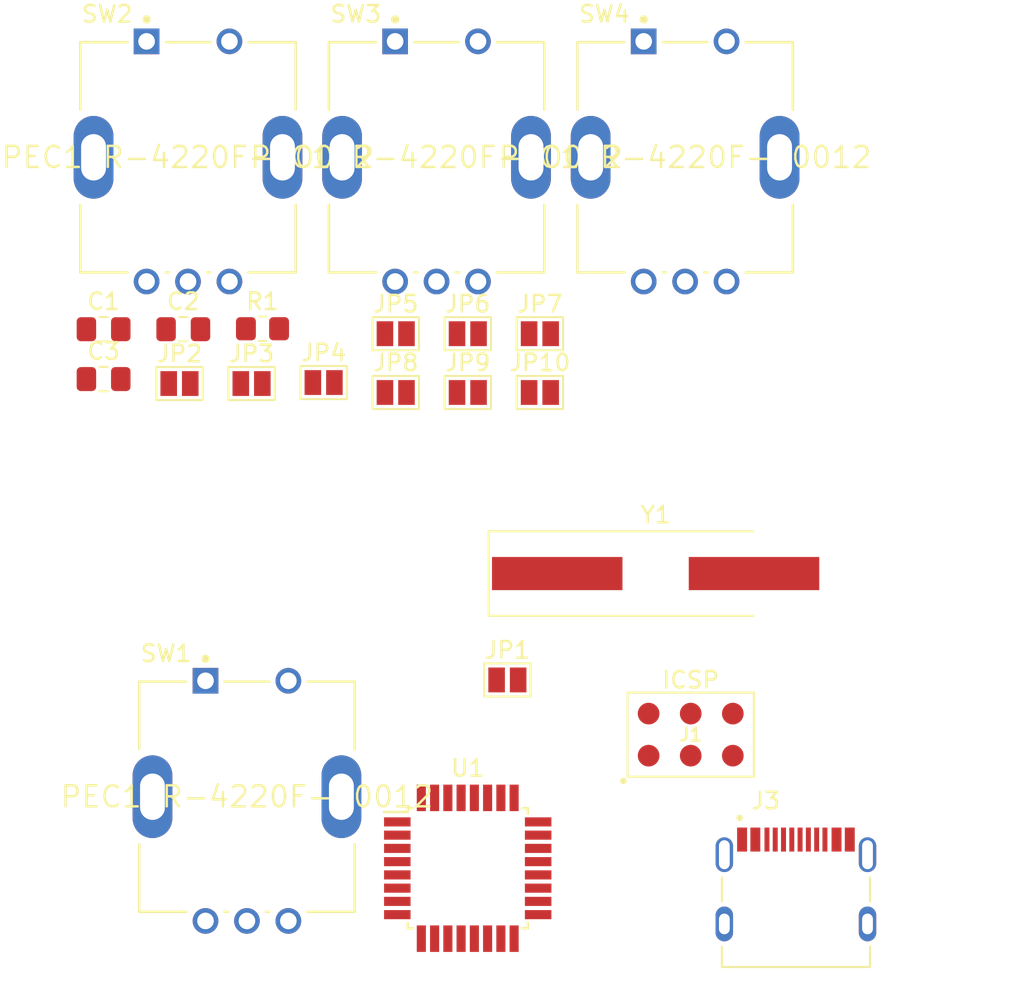
<source format=kicad_pcb>
(kicad_pcb (version 20171130) (host pcbnew "(5.1.10)-1")

  (general
    (thickness 1.6)
    (drawings 0)
    (tracks 0)
    (zones 0)
    (modules 22)
    (nets 37)
  )

  (page A4)
  (title_block
    (title "LightControl Console")
    (date 2021-08-10)
    (rev v00)
    (comment 4 "Author: GHOSCHT")
  )

  (layers
    (0 F.Cu signal)
    (31 B.Cu signal)
    (32 B.Adhes user)
    (33 F.Adhes user)
    (34 B.Paste user)
    (35 F.Paste user)
    (36 B.SilkS user)
    (37 F.SilkS user)
    (38 B.Mask user)
    (39 F.Mask user)
    (40 Dwgs.User user)
    (41 Cmts.User user)
    (42 Eco1.User user)
    (43 Eco2.User user)
    (44 Edge.Cuts user)
    (45 Margin user)
    (46 B.CrtYd user)
    (47 F.CrtYd user)
    (48 B.Fab user)
    (49 F.Fab user)
  )

  (setup
    (last_trace_width 0.25)
    (trace_clearance 0.2)
    (zone_clearance 0.508)
    (zone_45_only no)
    (trace_min 0.2)
    (via_size 0.8)
    (via_drill 0.4)
    (via_min_size 0.4)
    (via_min_drill 0.3)
    (uvia_size 0.3)
    (uvia_drill 0.1)
    (uvias_allowed no)
    (uvia_min_size 0.2)
    (uvia_min_drill 0.1)
    (edge_width 0.05)
    (segment_width 0.2)
    (pcb_text_width 0.3)
    (pcb_text_size 1.5 1.5)
    (mod_edge_width 0.12)
    (mod_text_size 1 1)
    (mod_text_width 0.15)
    (pad_size 1.524 1.524)
    (pad_drill 0.762)
    (pad_to_mask_clearance 0)
    (aux_axis_origin 0 0)
    (visible_elements 7FFFFFFF)
    (pcbplotparams
      (layerselection 0x010fc_ffffffff)
      (usegerberextensions false)
      (usegerberattributes true)
      (usegerberadvancedattributes true)
      (creategerberjobfile true)
      (excludeedgelayer true)
      (linewidth 0.100000)
      (plotframeref false)
      (viasonmask false)
      (mode 1)
      (useauxorigin false)
      (hpglpennumber 1)
      (hpglpenspeed 20)
      (hpglpendiameter 15.000000)
      (psnegative false)
      (psa4output false)
      (plotreference true)
      (plotvalue true)
      (plotinvisibletext false)
      (padsonsilk false)
      (subtractmaskfromsilk false)
      (outputformat 1)
      (mirror false)
      (drillshape 1)
      (scaleselection 1)
      (outputdirectory ""))
  )

  (net 0 "")
  (net 1 "Net-(U1-Pad14)")
  (net 2 "Net-(U1-Pad19)")
  (net 3 "Net-(U1-Pad20)")
  (net 4 "Net-(U1-Pad22)")
  (net 5 "Net-(J3-PadA6)")
  (net 6 "Net-(J3-PadB7)")
  (net 7 "Net-(J3-PadA5)")
  (net 8 "Net-(J3-PadB8)")
  (net 9 "Net-(J3-PadA7)")
  (net 10 "Net-(J3-PadB6)")
  (net 11 "Net-(J3-PadA8)")
  (net 12 "Net-(J3-PadB5)")
  (net 13 /XTAL1)
  (net 14 GND)
  (net 15 /XTAL2)
  (net 16 VCC)
  (net 17 /MOSI)
  (net 18 /SCK)
  (net 19 /MISO)
  (net 20 /RST)
  (net 21 /SDA)
  (net 22 /TX)
  (net 23 /SCL)
  (net 24 /RX)
  (net 25 /BTN1)
  (net 26 /ENC1A)
  (net 27 /ENC1B)
  (net 28 /BTN2)
  (net 29 /ENC2A)
  (net 30 /ENC2B)
  (net 31 /ENC3B)
  (net 32 /ENC3A)
  (net 33 /BTN3)
  (net 34 /BTN4)
  (net 35 /ENC4A)
  (net 36 /ENC4B)

  (net_class Default "This is the default net class."
    (clearance 0.2)
    (trace_width 0.25)
    (via_dia 0.8)
    (via_drill 0.4)
    (uvia_dia 0.3)
    (uvia_drill 0.1)
    (add_net /BTN1)
    (add_net /BTN2)
    (add_net /BTN3)
    (add_net /BTN4)
    (add_net /ENC1A)
    (add_net /ENC1B)
    (add_net /ENC2A)
    (add_net /ENC2B)
    (add_net /ENC3A)
    (add_net /ENC3B)
    (add_net /ENC4A)
    (add_net /ENC4B)
    (add_net /MISO)
    (add_net /MOSI)
    (add_net /RST)
    (add_net /RX)
    (add_net /SCK)
    (add_net /SCL)
    (add_net /SDA)
    (add_net /TX)
    (add_net /XTAL1)
    (add_net /XTAL2)
    (add_net GND)
    (add_net "Net-(J3-PadA5)")
    (add_net "Net-(J3-PadA6)")
    (add_net "Net-(J3-PadA7)")
    (add_net "Net-(J3-PadA8)")
    (add_net "Net-(J3-PadB5)")
    (add_net "Net-(J3-PadB6)")
    (add_net "Net-(J3-PadB7)")
    (add_net "Net-(J3-PadB8)")
    (add_net "Net-(U1-Pad14)")
    (add_net "Net-(U1-Pad19)")
    (add_net "Net-(U1-Pad20)")
    (add_net "Net-(U1-Pad22)")
    (add_net VCC)
  )

  (module Crystal:Crystal_SMD_HC49-SD_HandSoldering (layer F.Cu) (tedit 5A1AD52C) (tstamp 61133696)
    (at 137.328 59.616)
    (descr "SMD Crystal HC-49-SD http://cdn-reichelt.de/documents/datenblatt/B400/xxx-HC49-SMD.pdf, hand-soldering, 11.4x4.7mm^2 package")
    (tags "SMD SMT crystal hand-soldering")
    (path /6113484F)
    (attr smd)
    (fp_text reference Y1 (at 0 -3.55) (layer F.SilkS)
      (effects (font (size 1 1) (thickness 0.15)))
    )
    (fp_text value 16MHz (at 0 3.55) (layer F.Fab)
      (effects (font (size 1 1) (thickness 0.15)))
    )
    (fp_arc (start 3.015 0) (end 3.015 -2.115) (angle 180) (layer F.Fab) (width 0.1))
    (fp_arc (start -3.015 0) (end -3.015 -2.115) (angle -180) (layer F.Fab) (width 0.1))
    (fp_text user %R (at 0 0) (layer F.Fab)
      (effects (font (size 1 1) (thickness 0.15)))
    )
    (fp_line (start -5.7 -2.35) (end -5.7 2.35) (layer F.Fab) (width 0.1))
    (fp_line (start -5.7 2.35) (end 5.7 2.35) (layer F.Fab) (width 0.1))
    (fp_line (start 5.7 2.35) (end 5.7 -2.35) (layer F.Fab) (width 0.1))
    (fp_line (start 5.7 -2.35) (end -5.7 -2.35) (layer F.Fab) (width 0.1))
    (fp_line (start -3.015 -2.115) (end 3.015 -2.115) (layer F.Fab) (width 0.1))
    (fp_line (start -3.015 2.115) (end 3.015 2.115) (layer F.Fab) (width 0.1))
    (fp_line (start 5.9 -2.55) (end -10.075 -2.55) (layer F.SilkS) (width 0.12))
    (fp_line (start -10.075 -2.55) (end -10.075 2.55) (layer F.SilkS) (width 0.12))
    (fp_line (start -10.075 2.55) (end 5.9 2.55) (layer F.SilkS) (width 0.12))
    (fp_line (start -10.2 -2.6) (end -10.2 2.6) (layer F.CrtYd) (width 0.05))
    (fp_line (start -10.2 2.6) (end 10.2 2.6) (layer F.CrtYd) (width 0.05))
    (fp_line (start 10.2 2.6) (end 10.2 -2.6) (layer F.CrtYd) (width 0.05))
    (fp_line (start 10.2 -2.6) (end -10.2 -2.6) (layer F.CrtYd) (width 0.05))
    (pad 2 smd rect (at 5.9375 0) (size 7.875 2) (layers F.Cu F.Paste F.Mask)
      (net 15 /XTAL2))
    (pad 1 smd rect (at -5.9375 0) (size 7.875 2) (layers F.Cu F.Paste F.Mask)
      (net 13 /XTAL1))
    (model ${KISYS3DMOD}/Crystal.3dshapes/Crystal_SMD_HC49-SD.wrl
      (at (xyz 0 0 0))
      (scale (xyz 1 1 1))
      (rotate (xyz 0 0 0))
    )
  )

  (module Jumper:SolderJumper-2_P1.3mm_Open_Pad1.0x1.5mm (layer F.Cu) (tedit 5A3EABFC) (tstamp 611335D6)
    (at 128.382 66.04)
    (descr "SMD Solder Jumper, 1x1.5mm Pads, 0.3mm gap, open")
    (tags "solder jumper open")
    (path /6113282A)
    (attr virtual)
    (fp_text reference JP1 (at 0 -1.8) (layer F.SilkS)
      (effects (font (size 1 1) (thickness 0.15)))
    )
    (fp_text value SolderJumper (at 0 1.9) (layer F.Fab)
      (effects (font (size 1 1) (thickness 0.15)))
    )
    (fp_line (start -1.4 1) (end -1.4 -1) (layer F.SilkS) (width 0.12))
    (fp_line (start 1.4 1) (end -1.4 1) (layer F.SilkS) (width 0.12))
    (fp_line (start 1.4 -1) (end 1.4 1) (layer F.SilkS) (width 0.12))
    (fp_line (start -1.4 -1) (end 1.4 -1) (layer F.SilkS) (width 0.12))
    (fp_line (start -1.65 -1.25) (end 1.65 -1.25) (layer F.CrtYd) (width 0.05))
    (fp_line (start -1.65 -1.25) (end -1.65 1.25) (layer F.CrtYd) (width 0.05))
    (fp_line (start 1.65 1.25) (end 1.65 -1.25) (layer F.CrtYd) (width 0.05))
    (fp_line (start 1.65 1.25) (end -1.65 1.25) (layer F.CrtYd) (width 0.05))
    (pad 1 smd rect (at -0.65 0) (size 1 1.5) (layers F.Cu F.Mask)
      (net 21 /SDA))
    (pad 2 smd rect (at 0.65 0) (size 1 1.5) (layers F.Cu F.Mask)
      (net 5 "Net-(J3-PadA6)"))
  )

  (module Bourns-PEC11R-4220F-S0012:Bourns-PEC11R-4220F-S0012-MFG (layer F.Cu) (tedit 611258C1) (tstamp 6112C981)
    (at 112.664001 73.091001)
    (path /6112A1C1)
    (fp_text reference SW1 (at -6.5 -8.65) (layer F.SilkS)
      (effects (font (size 1 1) (thickness 0.15)) (justify left))
    )
    (fp_text value PEC11R-4220F-S0012 (at 0 0) (layer F.SilkS)
      (effects (font (size 1.27 1.27) (thickness 0.15)))
    )
    (fp_line (start -6.5 6.95) (end -6.5 -6.95) (layer F.Fab) (width 0.15))
    (fp_line (start -6.5 -6.95) (end 6.5 -6.95) (layer F.Fab) (width 0.15))
    (fp_line (start 6.5 -6.95) (end 6.5 6.95) (layer F.Fab) (width 0.15))
    (fp_line (start 6.5 6.95) (end -6.5 6.95) (layer F.Fab) (width 0.15))
    (fp_line (start 6.925 -7.8) (end 6.925 -7.8) (layer F.CrtYd) (width 0.15))
    (fp_line (start 6.925 -7.8) (end -6.925 -7.8) (layer F.CrtYd) (width 0.15))
    (fp_line (start -6.925 -7.8) (end -6.925 8.3) (layer F.CrtYd) (width 0.15))
    (fp_line (start -6.925 8.3) (end 6.925 8.3) (layer F.CrtYd) (width 0.15))
    (fp_line (start 6.925 8.3) (end 6.925 -7.8) (layer F.CrtYd) (width 0.15))
    (fp_line (start -6.5 -6.95) (end -3.65 -6.95) (layer F.SilkS) (width 0.15))
    (fp_line (start -1.35 -6.95) (end 1.35 -6.95) (layer F.SilkS) (width 0.15))
    (fp_line (start 3.65 -6.95) (end 6.5 -6.95) (layer F.SilkS) (width 0.15))
    (fp_line (start 6.5 6.95) (end 6.5 2.875) (layer F.SilkS) (width 0.15))
    (fp_line (start 6.5 -2.875) (end 6.5 -6.95) (layer F.SilkS) (width 0.15))
    (fp_line (start -6.5 6.95) (end -3.65 6.95) (layer F.SilkS) (width 0.15))
    (fp_line (start -1.35 6.95) (end -1.15 6.95) (layer F.SilkS) (width 0.15))
    (fp_line (start 1.15 6.95) (end 1.35 6.95) (layer F.SilkS) (width 0.15))
    (fp_line (start 3.65 6.95) (end 6.5 6.95) (layer F.SilkS) (width 0.15))
    (fp_line (start -6.5 6.95) (end -6.5 2.875) (layer F.SilkS) (width 0.15))
    (fp_line (start -6.5 -2.875) (end -6.5 -6.95) (layer F.SilkS) (width 0.15))
    (fp_circle (center -2.5 -8.325) (end -2.375 -8.325) (layer F.SilkS) (width 0.25))
    (pad S1 thru_hole rect (at -2.5 -7) (size 1.55 1.55) (drill 1) (layers *.Cu *.Mask)
      (net 14 GND))
    (pad S2 thru_hole circle (at 2.5 -7) (size 1.55 1.55) (drill 1) (layers *.Cu *.Mask)
      (net 25 /BTN1))
    (pad A thru_hole circle (at -2.5 7.5) (size 1.55 1.55) (drill 1) (layers *.Cu *.Mask)
      (net 26 /ENC1A))
    (pad C thru_hole circle (at 0 7.5) (size 1.55 1.55) (drill 1) (layers *.Cu *.Mask)
      (net 14 GND))
    (pad B thru_hole circle (at 2.5 7.5) (size 1.55 1.55) (drill 1) (layers *.Cu *.Mask)
      (net 27 /ENC1B))
    (pad 3 thru_hole roundrect (at -5.7 0) (size 2.4 5) (drill oval 1.5 2.8) (layers *.Cu *.Mask) (roundrect_rratio 0.5))
    (pad 4 thru_hole roundrect (at 5.7 0) (size 2.4 5) (drill oval 1.5 2.8) (layers *.Cu *.Mask) (roundrect_rratio 0.5))
    (model ${KIPRJMOD}/Libraries/Bourns-PEC11R-4220F-S0012.models/Bourns_-_PEC11R-4220F-S0012.step
      (at (xyz 0 0 0))
      (scale (xyz 1 1 1))
      (rotate (xyz 0 0 0))
    )
  )

  (module Package_QFP:TQFP-32_7x7mm_P0.8mm (layer F.Cu) (tedit 5A02F146) (tstamp 6112C9B8)
    (at 125.989001 77.411001)
    (descr "32-Lead Plastic Thin Quad Flatpack (PT) - 7x7x1.0 mm Body, 2.00 mm [TQFP] (see Microchip Packaging Specification 00000049BS.pdf)")
    (tags "QFP 0.8")
    (path /61124B57)
    (attr smd)
    (fp_text reference U1 (at 0 -6.05) (layer F.SilkS)
      (effects (font (size 1 1) (thickness 0.15)))
    )
    (fp_text value ATmega328P-AU (at 0 6.05) (layer F.Fab)
      (effects (font (size 1 1) (thickness 0.15)))
    )
    (fp_line (start -3.625 -3.4) (end -5.05 -3.4) (layer F.SilkS) (width 0.15))
    (fp_line (start 3.625 -3.625) (end 3.3 -3.625) (layer F.SilkS) (width 0.15))
    (fp_line (start 3.625 3.625) (end 3.3 3.625) (layer F.SilkS) (width 0.15))
    (fp_line (start -3.625 3.625) (end -3.3 3.625) (layer F.SilkS) (width 0.15))
    (fp_line (start -3.625 -3.625) (end -3.3 -3.625) (layer F.SilkS) (width 0.15))
    (fp_line (start -3.625 3.625) (end -3.625 3.3) (layer F.SilkS) (width 0.15))
    (fp_line (start 3.625 3.625) (end 3.625 3.3) (layer F.SilkS) (width 0.15))
    (fp_line (start 3.625 -3.625) (end 3.625 -3.3) (layer F.SilkS) (width 0.15))
    (fp_line (start -3.625 -3.625) (end -3.625 -3.4) (layer F.SilkS) (width 0.15))
    (fp_line (start -5.3 5.3) (end 5.3 5.3) (layer F.CrtYd) (width 0.05))
    (fp_line (start -5.3 -5.3) (end 5.3 -5.3) (layer F.CrtYd) (width 0.05))
    (fp_line (start 5.3 -5.3) (end 5.3 5.3) (layer F.CrtYd) (width 0.05))
    (fp_line (start -5.3 -5.3) (end -5.3 5.3) (layer F.CrtYd) (width 0.05))
    (fp_line (start -3.5 -2.5) (end -2.5 -3.5) (layer F.Fab) (width 0.15))
    (fp_line (start -3.5 3.5) (end -3.5 -2.5) (layer F.Fab) (width 0.15))
    (fp_line (start 3.5 3.5) (end -3.5 3.5) (layer F.Fab) (width 0.15))
    (fp_line (start 3.5 -3.5) (end 3.5 3.5) (layer F.Fab) (width 0.15))
    (fp_line (start -2.5 -3.5) (end 3.5 -3.5) (layer F.Fab) (width 0.15))
    (fp_text user %R (at 0 0) (layer F.Fab)
      (effects (font (size 1 1) (thickness 0.15)))
    )
    (pad 1 smd rect (at -4.25 -2.8) (size 1.6 0.55) (layers F.Cu F.Paste F.Mask)
      (net 27 /ENC1B))
    (pad 2 smd rect (at -4.25 -2) (size 1.6 0.55) (layers F.Cu F.Paste F.Mask)
      (net 29 /ENC2A))
    (pad 3 smd rect (at -4.25 -1.2) (size 1.6 0.55) (layers F.Cu F.Paste F.Mask)
      (net 14 GND))
    (pad 4 smd rect (at -4.25 -0.4) (size 1.6 0.55) (layers F.Cu F.Paste F.Mask)
      (net 16 VCC))
    (pad 5 smd rect (at -4.25 0.4) (size 1.6 0.55) (layers F.Cu F.Paste F.Mask)
      (net 14 GND))
    (pad 6 smd rect (at -4.25 1.2) (size 1.6 0.55) (layers F.Cu F.Paste F.Mask)
      (net 16 VCC))
    (pad 7 smd rect (at -4.25 2) (size 1.6 0.55) (layers F.Cu F.Paste F.Mask)
      (net 13 /XTAL1))
    (pad 8 smd rect (at -4.25 2.8) (size 1.6 0.55) (layers F.Cu F.Paste F.Mask)
      (net 15 /XTAL2))
    (pad 9 smd rect (at -2.8 4.25 90) (size 1.6 0.55) (layers F.Cu F.Paste F.Mask)
      (net 30 /ENC2B))
    (pad 10 smd rect (at -2 4.25 90) (size 1.6 0.55) (layers F.Cu F.Paste F.Mask)
      (net 32 /ENC3A))
    (pad 11 smd rect (at -1.2 4.25 90) (size 1.6 0.55) (layers F.Cu F.Paste F.Mask)
      (net 31 /ENC3B))
    (pad 12 smd rect (at -0.4 4.25 90) (size 1.6 0.55) (layers F.Cu F.Paste F.Mask)
      (net 35 /ENC4A))
    (pad 13 smd rect (at 0.4 4.25 90) (size 1.6 0.55) (layers F.Cu F.Paste F.Mask)
      (net 36 /ENC4B))
    (pad 14 smd rect (at 1.2 4.25 90) (size 1.6 0.55) (layers F.Cu F.Paste F.Mask)
      (net 1 "Net-(U1-Pad14)"))
    (pad 15 smd rect (at 2 4.25 90) (size 1.6 0.55) (layers F.Cu F.Paste F.Mask)
      (net 17 /MOSI))
    (pad 16 smd rect (at 2.8 4.25 90) (size 1.6 0.55) (layers F.Cu F.Paste F.Mask)
      (net 19 /MISO))
    (pad 17 smd rect (at 4.25 2.8) (size 1.6 0.55) (layers F.Cu F.Paste F.Mask)
      (net 18 /SCK))
    (pad 18 smd rect (at 4.25 2) (size 1.6 0.55) (layers F.Cu F.Paste F.Mask)
      (net 16 VCC))
    (pad 19 smd rect (at 4.25 1.2) (size 1.6 0.55) (layers F.Cu F.Paste F.Mask)
      (net 2 "Net-(U1-Pad19)"))
    (pad 20 smd rect (at 4.25 0.4) (size 1.6 0.55) (layers F.Cu F.Paste F.Mask)
      (net 3 "Net-(U1-Pad20)"))
    (pad 21 smd rect (at 4.25 -0.4) (size 1.6 0.55) (layers F.Cu F.Paste F.Mask)
      (net 14 GND))
    (pad 22 smd rect (at 4.25 -1.2) (size 1.6 0.55) (layers F.Cu F.Paste F.Mask)
      (net 4 "Net-(U1-Pad22)"))
    (pad 23 smd rect (at 4.25 -2) (size 1.6 0.55) (layers F.Cu F.Paste F.Mask)
      (net 25 /BTN1))
    (pad 24 smd rect (at 4.25 -2.8) (size 1.6 0.55) (layers F.Cu F.Paste F.Mask)
      (net 28 /BTN2))
    (pad 25 smd rect (at 2.8 -4.25 90) (size 1.6 0.55) (layers F.Cu F.Paste F.Mask)
      (net 33 /BTN3))
    (pad 26 smd rect (at 2 -4.25 90) (size 1.6 0.55) (layers F.Cu F.Paste F.Mask)
      (net 34 /BTN4))
    (pad 27 smd rect (at 1.2 -4.25 90) (size 1.6 0.55) (layers F.Cu F.Paste F.Mask)
      (net 21 /SDA))
    (pad 28 smd rect (at 0.4 -4.25 90) (size 1.6 0.55) (layers F.Cu F.Paste F.Mask)
      (net 23 /SCL))
    (pad 29 smd rect (at -0.4 -4.25 90) (size 1.6 0.55) (layers F.Cu F.Paste F.Mask)
      (net 20 /RST))
    (pad 30 smd rect (at -1.2 -4.25 90) (size 1.6 0.55) (layers F.Cu F.Paste F.Mask)
      (net 24 /RX))
    (pad 31 smd rect (at -2 -4.25 90) (size 1.6 0.55) (layers F.Cu F.Paste F.Mask)
      (net 22 /TX))
    (pad 32 smd rect (at -2.8 -4.25 90) (size 1.6 0.55) (layers F.Cu F.Paste F.Mask)
      (net 26 /ENC1A))
    (model ${KISYS3DMOD}/Package_QFP.3dshapes/TQFP-32_7x7mm_P0.8mm.wrl
      (at (xyz 0 0 0))
      (scale (xyz 1 1 1))
      (rotate (xyz 0 0 0))
    )
  )

  (module AVR-ISP:AVR-ISP (layer F.Cu) (tedit 61126B73) (tstamp 6112DBCD)
    (at 139.446 69.342)
    (path /61134728)
    (fp_text reference J1 (at 0 0) (layer F.SilkS)
      (effects (font (size 0.787402 0.787402) (thickness 0.15)))
    )
    (fp_text value AVR-ISP-6 (at 0 0) (layer F.Fab)
      (effects (font (size 0.787402 0.787402) (thickness 0.15)))
    )
    (fp_circle (center -4.064 2.794) (end -3.964 2.794) (layer F.SilkS) (width 0.2))
    (fp_line (start -3.81 2.54) (end -3.81 -2.54) (layer F.SilkS) (width 0.127))
    (fp_line (start 3.81 2.54) (end -3.81 2.54) (layer F.SilkS) (width 0.127))
    (fp_line (start 3.81 -2.54) (end 3.81 2.54) (layer F.SilkS) (width 0.127))
    (fp_line (start -3.81 -2.54) (end 3.81 -2.54) (layer F.SilkS) (width 0.127))
    (fp_text user ICSP (at 0 -3.302) (layer F.SilkS)
      (effects (font (size 1 1) (thickness 0.15)))
    )
    (pad 4 smd circle (at 0 -1.27) (size 1.308 1.308) (layers F.Cu F.Paste F.Mask)
      (net 17 /MOSI))
    (pad 3 smd circle (at 0 1.27) (size 1.308 1.308) (layers F.Cu F.Paste F.Mask)
      (net 18 /SCK))
    (pad 2 smd circle (at -2.54 -1.27) (size 1.308 1.308) (layers F.Cu F.Paste F.Mask)
      (net 16 VCC))
    (pad 1 smd circle (at -2.54 1.27) (size 1.308 1.308) (layers F.Cu F.Paste F.Mask)
      (net 19 /MISO))
    (pad 5 smd circle (at 2.54 1.27) (size 1.308 1.308) (layers F.Cu F.Paste F.Mask)
      (net 20 /RST))
    (pad 6 smd circle (at 2.54 -1.27) (size 1.308 1.308) (layers F.Cu F.Paste F.Mask)
      (net 14 GND))
  )

  (module HRO_TYPE-C-31-M-12:HRO_TYPE-C-31-M-12 (layer F.Cu) (tedit 6112D184) (tstamp 6112D3E1)
    (at 145.796 80.772)
    (path /6112D89A)
    (fp_text reference J3 (at -1.825 -7.435) (layer F.SilkS)
      (effects (font (size 1 1) (thickness 0.15)))
    )
    (fp_text value TYPE-C-31-M-12 (at 6.43 4.135) (layer F.Fab)
      (effects (font (size 1 1) (thickness 0.15)))
    )
    (fp_line (start -4.47 2.6) (end 4.47 2.6) (layer F.Fab) (width 0.127))
    (fp_line (start 4.47 2.6) (end 4.47 -4.7) (layer F.Fab) (width 0.127))
    (fp_line (start 4.47 -4.7) (end -4.47 -4.7) (layer F.Fab) (width 0.127))
    (fp_line (start -4.47 -4.7) (end -4.47 2.6) (layer F.Fab) (width 0.127))
    (fp_line (start -4.47 -2.81) (end -4.47 -1.37) (layer F.SilkS) (width 0.127))
    (fp_line (start 4.47 -2.81) (end 4.47 -1.37) (layer F.SilkS) (width 0.127))
    (fp_line (start 4.47 1.37) (end 4.47 2.6) (layer F.SilkS) (width 0.127))
    (fp_line (start 4.47 2.6) (end -4.47 2.6) (layer F.SilkS) (width 0.127))
    (fp_line (start -4.47 2.6) (end -4.47 1.37) (layer F.SilkS) (width 0.127))
    (fp_line (start -5.095 2.85) (end 5.095 2.85) (layer F.CrtYd) (width 0.05))
    (fp_line (start 5.095 2.85) (end 5.095 -6.07) (layer F.CrtYd) (width 0.05))
    (fp_line (start 5.095 -6.07) (end -5.095 -6.07) (layer F.CrtYd) (width 0.05))
    (fp_line (start -5.095 -6.07) (end -5.095 2.85) (layer F.CrtYd) (width 0.05))
    (fp_circle (center -3.4 -6.4) (end -3.3 -6.4) (layer F.Fab) (width 0.2))
    (fp_circle (center -3.4 -6.4) (end -3.3 -6.4) (layer F.SilkS) (width 0.2))
    (pad A1B12 smd rect (at -3.25 -5.095) (size 0.6 1.45) (layers F.Cu F.Paste F.Mask)
      (net 14 GND))
    (pad A4B9 smd rect (at -2.45 -5.095) (size 0.6 1.45) (layers F.Cu F.Paste F.Mask)
      (net 16 VCC))
    (pad A6 smd rect (at -0.25 -5.095) (size 0.3 1.45) (layers F.Cu F.Paste F.Mask)
      (net 5 "Net-(J3-PadA6)"))
    (pad B7 smd rect (at -0.75 -5.095) (size 0.3 1.45) (layers F.Cu F.Paste F.Mask)
      (net 6 "Net-(J3-PadB7)"))
    (pad A5 smd rect (at -1.25 -5.095) (size 0.3 1.45) (layers F.Cu F.Paste F.Mask)
      (net 7 "Net-(J3-PadA5)"))
    (pad B8 smd rect (at -1.75 -5.095) (size 0.3 1.45) (layers F.Cu F.Paste F.Mask)
      (net 8 "Net-(J3-PadB8)"))
    (pad A7 smd rect (at 0.25 -5.095) (size 0.3 1.45) (layers F.Cu F.Paste F.Mask)
      (net 9 "Net-(J3-PadA7)"))
    (pad B6 smd rect (at 0.75 -5.095) (size 0.3 1.45) (layers F.Cu F.Paste F.Mask)
      (net 10 "Net-(J3-PadB6)"))
    (pad A8 smd rect (at 1.25 -5.095) (size 0.3 1.45) (layers F.Cu F.Paste F.Mask)
      (net 11 "Net-(J3-PadA8)"))
    (pad B5 smd rect (at 1.75 -5.095) (size 0.3 1.45) (layers F.Cu F.Paste F.Mask)
      (net 12 "Net-(J3-PadB5)"))
    (pad B4A9 smd rect (at 2.45 -5.095) (size 0.6 1.45) (layers F.Cu F.Paste F.Mask)
      (net 16 VCC))
    (pad B1A12 smd rect (at 3.25 -5.095) (size 0.6 1.45) (layers F.Cu F.Paste F.Mask)
      (net 14 GND))
    (pad S1 thru_hole oval (at -4.32 -4.18) (size 1.05 2.1) (drill oval 0.65 1.75) (layers *.Cu *.Mask)
      (net 14 GND))
    (pad S2 thru_hole oval (at 4.32 -4.18) (size 1.05 2.1) (drill oval 0.65 1.75) (layers *.Cu *.Mask)
      (net 14 GND))
    (pad S3 thru_hole oval (at -4.32 0) (size 1.05 2.1) (drill oval 0.65 1.25) (layers *.Cu *.Mask)
      (net 14 GND))
    (pad S4 thru_hole oval (at 4.32 0) (size 1.05 2.1) (drill oval 0.65 1.25) (layers *.Cu *.Mask)
      (net 14 GND))
    (pad None np_thru_hole circle (at -2.89 -3.65) (size 0.7 0.7) (drill 0.7) (layers *.Cu *.Mask))
    (pad None np_thru_hole circle (at 2.89 -3.65) (size 0.7 0.7) (drill 0.7) (layers *.Cu *.Mask))
    (model ${KIPRJMOD}/Libraries/HRO_TYPE-C-31-M-12.models/TYPE-C-31-M-12.step
      (at (xyz 0 0 0))
      (scale (xyz 1 1 1))
      (rotate (xyz -90 0 0))
    )
  )

  (module Capacitor_SMD:C_0805_2012Metric_Pad1.18x1.45mm_HandSolder (layer F.Cu) (tedit 5F68FEEF) (tstamp 61133BF5)
    (at 104.013001 44.863001)
    (descr "Capacitor SMD 0805 (2012 Metric), square (rectangular) end terminal, IPC_7351 nominal with elongated pad for handsoldering. (Body size source: IPC-SM-782 page 76, https://www.pcb-3d.com/wordpress/wp-content/uploads/ipc-sm-782a_amendment_1_and_2.pdf, https://docs.google.com/spreadsheets/d/1BsfQQcO9C6DZCsRaXUlFlo91Tg2WpOkGARC1WS5S8t0/edit?usp=sharing), generated with kicad-footprint-generator")
    (tags "capacitor handsolder")
    (path /6113DC2F)
    (attr smd)
    (fp_text reference C1 (at 0 -1.68) (layer F.SilkS)
      (effects (font (size 1 1) (thickness 0.15)))
    )
    (fp_text value 22p (at 0 1.68) (layer F.Fab)
      (effects (font (size 1 1) (thickness 0.15)))
    )
    (fp_line (start 1.88 0.98) (end -1.88 0.98) (layer F.CrtYd) (width 0.05))
    (fp_line (start 1.88 -0.98) (end 1.88 0.98) (layer F.CrtYd) (width 0.05))
    (fp_line (start -1.88 -0.98) (end 1.88 -0.98) (layer F.CrtYd) (width 0.05))
    (fp_line (start -1.88 0.98) (end -1.88 -0.98) (layer F.CrtYd) (width 0.05))
    (fp_line (start -0.261252 0.735) (end 0.261252 0.735) (layer F.SilkS) (width 0.12))
    (fp_line (start -0.261252 -0.735) (end 0.261252 -0.735) (layer F.SilkS) (width 0.12))
    (fp_line (start 1 0.625) (end -1 0.625) (layer F.Fab) (width 0.1))
    (fp_line (start 1 -0.625) (end 1 0.625) (layer F.Fab) (width 0.1))
    (fp_line (start -1 -0.625) (end 1 -0.625) (layer F.Fab) (width 0.1))
    (fp_line (start -1 0.625) (end -1 -0.625) (layer F.Fab) (width 0.1))
    (fp_text user %R (at 0 0) (layer F.Fab)
      (effects (font (size 0.5 0.5) (thickness 0.08)))
    )
    (pad 1 smd roundrect (at -1.0375 0) (size 1.175 1.45) (layers F.Cu F.Paste F.Mask) (roundrect_rratio 0.212766)
      (net 13 /XTAL1))
    (pad 2 smd roundrect (at 1.0375 0) (size 1.175 1.45) (layers F.Cu F.Paste F.Mask) (roundrect_rratio 0.212766)
      (net 14 GND))
    (model ${KISYS3DMOD}/Capacitor_SMD.3dshapes/C_0805_2012Metric.wrl
      (at (xyz 0 0 0))
      (scale (xyz 1 1 1))
      (rotate (xyz 0 0 0))
    )
  )

  (module Capacitor_SMD:C_0805_2012Metric_Pad1.18x1.45mm_HandSolder (layer F.Cu) (tedit 5F68FEEF) (tstamp 61133C06)
    (at 108.823001 44.863001)
    (descr "Capacitor SMD 0805 (2012 Metric), square (rectangular) end terminal, IPC_7351 nominal with elongated pad for handsoldering. (Body size source: IPC-SM-782 page 76, https://www.pcb-3d.com/wordpress/wp-content/uploads/ipc-sm-782a_amendment_1_and_2.pdf, https://docs.google.com/spreadsheets/d/1BsfQQcO9C6DZCsRaXUlFlo91Tg2WpOkGARC1WS5S8t0/edit?usp=sharing), generated with kicad-footprint-generator")
    (tags "capacitor handsolder")
    (path /611448F1)
    (attr smd)
    (fp_text reference C2 (at 0 -1.68) (layer F.SilkS)
      (effects (font (size 1 1) (thickness 0.15)))
    )
    (fp_text value 22p (at 0 1.68) (layer F.Fab)
      (effects (font (size 1 1) (thickness 0.15)))
    )
    (fp_text user %R (at 0 0) (layer F.Fab)
      (effects (font (size 0.5 0.5) (thickness 0.08)))
    )
    (fp_line (start -1 0.625) (end -1 -0.625) (layer F.Fab) (width 0.1))
    (fp_line (start -1 -0.625) (end 1 -0.625) (layer F.Fab) (width 0.1))
    (fp_line (start 1 -0.625) (end 1 0.625) (layer F.Fab) (width 0.1))
    (fp_line (start 1 0.625) (end -1 0.625) (layer F.Fab) (width 0.1))
    (fp_line (start -0.261252 -0.735) (end 0.261252 -0.735) (layer F.SilkS) (width 0.12))
    (fp_line (start -0.261252 0.735) (end 0.261252 0.735) (layer F.SilkS) (width 0.12))
    (fp_line (start -1.88 0.98) (end -1.88 -0.98) (layer F.CrtYd) (width 0.05))
    (fp_line (start -1.88 -0.98) (end 1.88 -0.98) (layer F.CrtYd) (width 0.05))
    (fp_line (start 1.88 -0.98) (end 1.88 0.98) (layer F.CrtYd) (width 0.05))
    (fp_line (start 1.88 0.98) (end -1.88 0.98) (layer F.CrtYd) (width 0.05))
    (pad 2 smd roundrect (at 1.0375 0) (size 1.175 1.45) (layers F.Cu F.Paste F.Mask) (roundrect_rratio 0.212766)
      (net 14 GND))
    (pad 1 smd roundrect (at -1.0375 0) (size 1.175 1.45) (layers F.Cu F.Paste F.Mask) (roundrect_rratio 0.212766)
      (net 15 /XTAL2))
    (model ${KISYS3DMOD}/Capacitor_SMD.3dshapes/C_0805_2012Metric.wrl
      (at (xyz 0 0 0))
      (scale (xyz 1 1 1))
      (rotate (xyz 0 0 0))
    )
  )

  (module Capacitor_SMD:C_0805_2012Metric_Pad1.18x1.45mm_HandSolder (layer F.Cu) (tedit 5F68FEEF) (tstamp 61133C17)
    (at 104.013001 47.873001)
    (descr "Capacitor SMD 0805 (2012 Metric), square (rectangular) end terminal, IPC_7351 nominal with elongated pad for handsoldering. (Body size source: IPC-SM-782 page 76, https://www.pcb-3d.com/wordpress/wp-content/uploads/ipc-sm-782a_amendment_1_and_2.pdf, https://docs.google.com/spreadsheets/d/1BsfQQcO9C6DZCsRaXUlFlo91Tg2WpOkGARC1WS5S8t0/edit?usp=sharing), generated with kicad-footprint-generator")
    (tags "capacitor handsolder")
    (path /6115564D)
    (attr smd)
    (fp_text reference C3 (at 0 -1.68) (layer F.SilkS)
      (effects (font (size 1 1) (thickness 0.15)))
    )
    (fp_text value 100n (at 0 1.68) (layer F.Fab)
      (effects (font (size 1 1) (thickness 0.15)))
    )
    (fp_line (start 1.88 0.98) (end -1.88 0.98) (layer F.CrtYd) (width 0.05))
    (fp_line (start 1.88 -0.98) (end 1.88 0.98) (layer F.CrtYd) (width 0.05))
    (fp_line (start -1.88 -0.98) (end 1.88 -0.98) (layer F.CrtYd) (width 0.05))
    (fp_line (start -1.88 0.98) (end -1.88 -0.98) (layer F.CrtYd) (width 0.05))
    (fp_line (start -0.261252 0.735) (end 0.261252 0.735) (layer F.SilkS) (width 0.12))
    (fp_line (start -0.261252 -0.735) (end 0.261252 -0.735) (layer F.SilkS) (width 0.12))
    (fp_line (start 1 0.625) (end -1 0.625) (layer F.Fab) (width 0.1))
    (fp_line (start 1 -0.625) (end 1 0.625) (layer F.Fab) (width 0.1))
    (fp_line (start -1 -0.625) (end 1 -0.625) (layer F.Fab) (width 0.1))
    (fp_line (start -1 0.625) (end -1 -0.625) (layer F.Fab) (width 0.1))
    (fp_text user %R (at 0 0) (layer F.Fab)
      (effects (font (size 0.5 0.5) (thickness 0.08)))
    )
    (pad 1 smd roundrect (at -1.0375 0) (size 1.175 1.45) (layers F.Cu F.Paste F.Mask) (roundrect_rratio 0.212766)
      (net 16 VCC))
    (pad 2 smd roundrect (at 1.0375 0) (size 1.175 1.45) (layers F.Cu F.Paste F.Mask) (roundrect_rratio 0.212766)
      (net 14 GND))
    (model ${KISYS3DMOD}/Capacitor_SMD.3dshapes/C_0805_2012Metric.wrl
      (at (xyz 0 0 0))
      (scale (xyz 1 1 1))
      (rotate (xyz 0 0 0))
    )
  )

  (module Jumper:SolderJumper-2_P1.3mm_Open_Pad1.0x1.5mm (layer F.Cu) (tedit 5A3EABFC) (tstamp 61133C25)
    (at 108.593001 48.143001)
    (descr "SMD Solder Jumper, 1x1.5mm Pads, 0.3mm gap, open")
    (tags "solder jumper open")
    (path /611823D1)
    (attr virtual)
    (fp_text reference JP2 (at 0 -1.8) (layer F.SilkS)
      (effects (font (size 1 1) (thickness 0.15)))
    )
    (fp_text value SolderJumper (at 0 1.9) (layer F.Fab)
      (effects (font (size 1 1) (thickness 0.15)))
    )
    (fp_line (start 1.65 1.25) (end -1.65 1.25) (layer F.CrtYd) (width 0.05))
    (fp_line (start 1.65 1.25) (end 1.65 -1.25) (layer F.CrtYd) (width 0.05))
    (fp_line (start -1.65 -1.25) (end -1.65 1.25) (layer F.CrtYd) (width 0.05))
    (fp_line (start -1.65 -1.25) (end 1.65 -1.25) (layer F.CrtYd) (width 0.05))
    (fp_line (start -1.4 -1) (end 1.4 -1) (layer F.SilkS) (width 0.12))
    (fp_line (start 1.4 -1) (end 1.4 1) (layer F.SilkS) (width 0.12))
    (fp_line (start 1.4 1) (end -1.4 1) (layer F.SilkS) (width 0.12))
    (fp_line (start -1.4 1) (end -1.4 -1) (layer F.SilkS) (width 0.12))
    (pad 2 smd rect (at 0.65 0) (size 1 1.5) (layers F.Cu F.Mask)
      (net 5 "Net-(J3-PadA6)"))
    (pad 1 smd rect (at -0.65 0) (size 1 1.5) (layers F.Cu F.Mask)
      (net 22 /TX))
  )

  (module Jumper:SolderJumper-2_P1.3mm_Open_Pad1.0x1.5mm (layer F.Cu) (tedit 5A3EABFC) (tstamp 61133C33)
    (at 112.943001 48.143001)
    (descr "SMD Solder Jumper, 1x1.5mm Pads, 0.3mm gap, open")
    (tags "solder jumper open")
    (path /6118262C)
    (attr virtual)
    (fp_text reference JP3 (at 0 -1.8) (layer F.SilkS)
      (effects (font (size 1 1) (thickness 0.15)))
    )
    (fp_text value SolderJumper (at 0 1.9) (layer F.Fab)
      (effects (font (size 1 1) (thickness 0.15)))
    )
    (fp_line (start 1.65 1.25) (end -1.65 1.25) (layer F.CrtYd) (width 0.05))
    (fp_line (start 1.65 1.25) (end 1.65 -1.25) (layer F.CrtYd) (width 0.05))
    (fp_line (start -1.65 -1.25) (end -1.65 1.25) (layer F.CrtYd) (width 0.05))
    (fp_line (start -1.65 -1.25) (end 1.65 -1.25) (layer F.CrtYd) (width 0.05))
    (fp_line (start -1.4 -1) (end 1.4 -1) (layer F.SilkS) (width 0.12))
    (fp_line (start 1.4 -1) (end 1.4 1) (layer F.SilkS) (width 0.12))
    (fp_line (start 1.4 1) (end -1.4 1) (layer F.SilkS) (width 0.12))
    (fp_line (start -1.4 1) (end -1.4 -1) (layer F.SilkS) (width 0.12))
    (pad 2 smd rect (at 0.65 0) (size 1 1.5) (layers F.Cu F.Mask)
      (net 9 "Net-(J3-PadA7)"))
    (pad 1 smd rect (at -0.65 0) (size 1 1.5) (layers F.Cu F.Mask)
      (net 23 /SCL))
  )

  (module Jumper:SolderJumper-2_P1.3mm_Open_Pad1.0x1.5mm (layer F.Cu) (tedit 5A3EABFC) (tstamp 61133C41)
    (at 117.293001 48.083001)
    (descr "SMD Solder Jumper, 1x1.5mm Pads, 0.3mm gap, open")
    (tags "solder jumper open")
    (path /61182926)
    (attr virtual)
    (fp_text reference JP4 (at 0 -1.8) (layer F.SilkS)
      (effects (font (size 1 1) (thickness 0.15)))
    )
    (fp_text value SolderJumper (at 0 1.9) (layer F.Fab)
      (effects (font (size 1 1) (thickness 0.15)))
    )
    (fp_line (start -1.4 1) (end -1.4 -1) (layer F.SilkS) (width 0.12))
    (fp_line (start 1.4 1) (end -1.4 1) (layer F.SilkS) (width 0.12))
    (fp_line (start 1.4 -1) (end 1.4 1) (layer F.SilkS) (width 0.12))
    (fp_line (start -1.4 -1) (end 1.4 -1) (layer F.SilkS) (width 0.12))
    (fp_line (start -1.65 -1.25) (end 1.65 -1.25) (layer F.CrtYd) (width 0.05))
    (fp_line (start -1.65 -1.25) (end -1.65 1.25) (layer F.CrtYd) (width 0.05))
    (fp_line (start 1.65 1.25) (end 1.65 -1.25) (layer F.CrtYd) (width 0.05))
    (fp_line (start 1.65 1.25) (end -1.65 1.25) (layer F.CrtYd) (width 0.05))
    (pad 1 smd rect (at -0.65 0) (size 1 1.5) (layers F.Cu F.Mask)
      (net 24 /RX))
    (pad 2 smd rect (at 0.65 0) (size 1 1.5) (layers F.Cu F.Mask)
      (net 9 "Net-(J3-PadA7)"))
  )

  (module Jumper:SolderJumper-2_P1.3mm_Open_Pad1.0x1.5mm (layer F.Cu) (tedit 5A3EABFC) (tstamp 61133C4F)
    (at 121.643001 45.133001)
    (descr "SMD Solder Jumper, 1x1.5mm Pads, 0.3mm gap, open")
    (tags "solder jumper open")
    (path /611B209C)
    (attr virtual)
    (fp_text reference JP5 (at 0 -1.8) (layer F.SilkS)
      (effects (font (size 1 1) (thickness 0.15)))
    )
    (fp_text value SolderJumper (at 0 1.9) (layer F.Fab)
      (effects (font (size 1 1) (thickness 0.15)))
    )
    (fp_line (start 1.65 1.25) (end -1.65 1.25) (layer F.CrtYd) (width 0.05))
    (fp_line (start 1.65 1.25) (end 1.65 -1.25) (layer F.CrtYd) (width 0.05))
    (fp_line (start -1.65 -1.25) (end -1.65 1.25) (layer F.CrtYd) (width 0.05))
    (fp_line (start -1.65 -1.25) (end 1.65 -1.25) (layer F.CrtYd) (width 0.05))
    (fp_line (start -1.4 -1) (end 1.4 -1) (layer F.SilkS) (width 0.12))
    (fp_line (start 1.4 -1) (end 1.4 1) (layer F.SilkS) (width 0.12))
    (fp_line (start 1.4 1) (end -1.4 1) (layer F.SilkS) (width 0.12))
    (fp_line (start -1.4 1) (end -1.4 -1) (layer F.SilkS) (width 0.12))
    (pad 2 smd rect (at 0.65 0) (size 1 1.5) (layers F.Cu F.Mask)
      (net 11 "Net-(J3-PadA8)"))
    (pad 1 smd rect (at -0.65 0) (size 1 1.5) (layers F.Cu F.Mask)
      (net 20 /RST))
  )

  (module Jumper:SolderJumper-2_P1.3mm_Open_Pad1.0x1.5mm (layer F.Cu) (tedit 5A3EABFC) (tstamp 61133C5D)
    (at 125.993001 45.133001)
    (descr "SMD Solder Jumper, 1x1.5mm Pads, 0.3mm gap, open")
    (tags "solder jumper open")
    (path /611BB7CB)
    (attr virtual)
    (fp_text reference JP6 (at 0 -1.8) (layer F.SilkS)
      (effects (font (size 1 1) (thickness 0.15)))
    )
    (fp_text value SolderJumper (at 0 1.9) (layer F.Fab)
      (effects (font (size 1 1) (thickness 0.15)))
    )
    (fp_line (start -1.4 1) (end -1.4 -1) (layer F.SilkS) (width 0.12))
    (fp_line (start 1.4 1) (end -1.4 1) (layer F.SilkS) (width 0.12))
    (fp_line (start 1.4 -1) (end 1.4 1) (layer F.SilkS) (width 0.12))
    (fp_line (start -1.4 -1) (end 1.4 -1) (layer F.SilkS) (width 0.12))
    (fp_line (start -1.65 -1.25) (end 1.65 -1.25) (layer F.CrtYd) (width 0.05))
    (fp_line (start -1.65 -1.25) (end -1.65 1.25) (layer F.CrtYd) (width 0.05))
    (fp_line (start 1.65 1.25) (end 1.65 -1.25) (layer F.CrtYd) (width 0.05))
    (fp_line (start 1.65 1.25) (end -1.65 1.25) (layer F.CrtYd) (width 0.05))
    (pad 1 smd rect (at -0.65 0) (size 1 1.5) (layers F.Cu F.Mask)
      (net 20 /RST))
    (pad 2 smd rect (at 0.65 0) (size 1 1.5) (layers F.Cu F.Mask)
      (net 8 "Net-(J3-PadB8)"))
  )

  (module Jumper:SolderJumper-2_P1.3mm_Open_Pad1.0x1.5mm (layer F.Cu) (tedit 5A3EABFC) (tstamp 61133C6B)
    (at 130.343001 45.133001)
    (descr "SMD Solder Jumper, 1x1.5mm Pads, 0.3mm gap, open")
    (tags "solder jumper open")
    (path /611A358D)
    (attr virtual)
    (fp_text reference JP7 (at 0 -1.8) (layer F.SilkS)
      (effects (font (size 1 1) (thickness 0.15)))
    )
    (fp_text value SolderJumper (at 0 1.9) (layer F.Fab)
      (effects (font (size 1 1) (thickness 0.15)))
    )
    (fp_line (start -1.4 1) (end -1.4 -1) (layer F.SilkS) (width 0.12))
    (fp_line (start 1.4 1) (end -1.4 1) (layer F.SilkS) (width 0.12))
    (fp_line (start 1.4 -1) (end 1.4 1) (layer F.SilkS) (width 0.12))
    (fp_line (start -1.4 -1) (end 1.4 -1) (layer F.SilkS) (width 0.12))
    (fp_line (start -1.65 -1.25) (end 1.65 -1.25) (layer F.CrtYd) (width 0.05))
    (fp_line (start -1.65 -1.25) (end -1.65 1.25) (layer F.CrtYd) (width 0.05))
    (fp_line (start 1.65 1.25) (end 1.65 -1.25) (layer F.CrtYd) (width 0.05))
    (fp_line (start 1.65 1.25) (end -1.65 1.25) (layer F.CrtYd) (width 0.05))
    (pad 1 smd rect (at -0.65 0) (size 1 1.5) (layers F.Cu F.Mask)
      (net 24 /RX))
    (pad 2 smd rect (at 0.65 0) (size 1 1.5) (layers F.Cu F.Mask)
      (net 6 "Net-(J3-PadB7)"))
  )

  (module Jumper:SolderJumper-2_P1.3mm_Open_Pad1.0x1.5mm (layer F.Cu) (tedit 5A3EABFC) (tstamp 61133C79)
    (at 121.643001 48.683001)
    (descr "SMD Solder Jumper, 1x1.5mm Pads, 0.3mm gap, open")
    (tags "solder jumper open")
    (path /611A3587)
    (attr virtual)
    (fp_text reference JP8 (at 0 -1.8) (layer F.SilkS)
      (effects (font (size 1 1) (thickness 0.15)))
    )
    (fp_text value SolderJumper (at 0 1.9) (layer F.Fab)
      (effects (font (size 1 1) (thickness 0.15)))
    )
    (fp_line (start 1.65 1.25) (end -1.65 1.25) (layer F.CrtYd) (width 0.05))
    (fp_line (start 1.65 1.25) (end 1.65 -1.25) (layer F.CrtYd) (width 0.05))
    (fp_line (start -1.65 -1.25) (end -1.65 1.25) (layer F.CrtYd) (width 0.05))
    (fp_line (start -1.65 -1.25) (end 1.65 -1.25) (layer F.CrtYd) (width 0.05))
    (fp_line (start -1.4 -1) (end 1.4 -1) (layer F.SilkS) (width 0.12))
    (fp_line (start 1.4 -1) (end 1.4 1) (layer F.SilkS) (width 0.12))
    (fp_line (start 1.4 1) (end -1.4 1) (layer F.SilkS) (width 0.12))
    (fp_line (start -1.4 1) (end -1.4 -1) (layer F.SilkS) (width 0.12))
    (pad 2 smd rect (at 0.65 0) (size 1 1.5) (layers F.Cu F.Mask)
      (net 6 "Net-(J3-PadB7)"))
    (pad 1 smd rect (at -0.65 0) (size 1 1.5) (layers F.Cu F.Mask)
      (net 23 /SCL))
  )

  (module Jumper:SolderJumper-2_P1.3mm_Open_Pad1.0x1.5mm (layer F.Cu) (tedit 5A3EABFC) (tstamp 61133C87)
    (at 125.993001 48.683001)
    (descr "SMD Solder Jumper, 1x1.5mm Pads, 0.3mm gap, open")
    (tags "solder jumper open")
    (path /611A3581)
    (attr virtual)
    (fp_text reference JP9 (at 0 -1.8) (layer F.SilkS)
      (effects (font (size 1 1) (thickness 0.15)))
    )
    (fp_text value SolderJumper (at 0 1.9) (layer F.Fab)
      (effects (font (size 1 1) (thickness 0.15)))
    )
    (fp_line (start -1.4 1) (end -1.4 -1) (layer F.SilkS) (width 0.12))
    (fp_line (start 1.4 1) (end -1.4 1) (layer F.SilkS) (width 0.12))
    (fp_line (start 1.4 -1) (end 1.4 1) (layer F.SilkS) (width 0.12))
    (fp_line (start -1.4 -1) (end 1.4 -1) (layer F.SilkS) (width 0.12))
    (fp_line (start -1.65 -1.25) (end 1.65 -1.25) (layer F.CrtYd) (width 0.05))
    (fp_line (start -1.65 -1.25) (end -1.65 1.25) (layer F.CrtYd) (width 0.05))
    (fp_line (start 1.65 1.25) (end 1.65 -1.25) (layer F.CrtYd) (width 0.05))
    (fp_line (start 1.65 1.25) (end -1.65 1.25) (layer F.CrtYd) (width 0.05))
    (pad 1 smd rect (at -0.65 0) (size 1 1.5) (layers F.Cu F.Mask)
      (net 22 /TX))
    (pad 2 smd rect (at 0.65 0) (size 1 1.5) (layers F.Cu F.Mask)
      (net 10 "Net-(J3-PadB6)"))
  )

  (module Jumper:SolderJumper-2_P1.3mm_Open_Pad1.0x1.5mm (layer F.Cu) (tedit 5A3EABFC) (tstamp 61133C95)
    (at 130.343001 48.683001)
    (descr "SMD Solder Jumper, 1x1.5mm Pads, 0.3mm gap, open")
    (tags "solder jumper open")
    (path /611A3577)
    (attr virtual)
    (fp_text reference JP10 (at 0 -1.8) (layer F.SilkS)
      (effects (font (size 1 1) (thickness 0.15)))
    )
    (fp_text value SolderJumper (at 0 1.9) (layer F.Fab)
      (effects (font (size 1 1) (thickness 0.15)))
    )
    (fp_line (start 1.65 1.25) (end -1.65 1.25) (layer F.CrtYd) (width 0.05))
    (fp_line (start 1.65 1.25) (end 1.65 -1.25) (layer F.CrtYd) (width 0.05))
    (fp_line (start -1.65 -1.25) (end -1.65 1.25) (layer F.CrtYd) (width 0.05))
    (fp_line (start -1.65 -1.25) (end 1.65 -1.25) (layer F.CrtYd) (width 0.05))
    (fp_line (start -1.4 -1) (end 1.4 -1) (layer F.SilkS) (width 0.12))
    (fp_line (start 1.4 -1) (end 1.4 1) (layer F.SilkS) (width 0.12))
    (fp_line (start 1.4 1) (end -1.4 1) (layer F.SilkS) (width 0.12))
    (fp_line (start -1.4 1) (end -1.4 -1) (layer F.SilkS) (width 0.12))
    (pad 2 smd rect (at 0.65 0) (size 1 1.5) (layers F.Cu F.Mask)
      (net 10 "Net-(J3-PadB6)"))
    (pad 1 smd rect (at -0.65 0) (size 1 1.5) (layers F.Cu F.Mask)
      (net 21 /SDA))
  )

  (module Resistor_SMD:R_0805_2012Metric_Pad1.20x1.40mm_HandSolder (layer F.Cu) (tedit 5F68FEEE) (tstamp 61133CA6)
    (at 113.603001 44.833001)
    (descr "Resistor SMD 0805 (2012 Metric), square (rectangular) end terminal, IPC_7351 nominal with elongated pad for handsoldering. (Body size source: IPC-SM-782 page 72, https://www.pcb-3d.com/wordpress/wp-content/uploads/ipc-sm-782a_amendment_1_and_2.pdf), generated with kicad-footprint-generator")
    (tags "resistor handsolder")
    (path /611669B4)
    (attr smd)
    (fp_text reference R1 (at 0 -1.65) (layer F.SilkS)
      (effects (font (size 1 1) (thickness 0.15)))
    )
    (fp_text value 10k (at 0 1.65) (layer F.Fab)
      (effects (font (size 1 1) (thickness 0.15)))
    )
    (fp_line (start 1.85 0.95) (end -1.85 0.95) (layer F.CrtYd) (width 0.05))
    (fp_line (start 1.85 -0.95) (end 1.85 0.95) (layer F.CrtYd) (width 0.05))
    (fp_line (start -1.85 -0.95) (end 1.85 -0.95) (layer F.CrtYd) (width 0.05))
    (fp_line (start -1.85 0.95) (end -1.85 -0.95) (layer F.CrtYd) (width 0.05))
    (fp_line (start -0.227064 0.735) (end 0.227064 0.735) (layer F.SilkS) (width 0.12))
    (fp_line (start -0.227064 -0.735) (end 0.227064 -0.735) (layer F.SilkS) (width 0.12))
    (fp_line (start 1 0.625) (end -1 0.625) (layer F.Fab) (width 0.1))
    (fp_line (start 1 -0.625) (end 1 0.625) (layer F.Fab) (width 0.1))
    (fp_line (start -1 -0.625) (end 1 -0.625) (layer F.Fab) (width 0.1))
    (fp_line (start -1 0.625) (end -1 -0.625) (layer F.Fab) (width 0.1))
    (fp_text user %R (at 0 0) (layer F.Fab)
      (effects (font (size 0.5 0.5) (thickness 0.08)))
    )
    (pad 1 smd roundrect (at -1 0) (size 1.2 1.4) (layers F.Cu F.Paste F.Mask) (roundrect_rratio 0.208333)
      (net 20 /RST))
    (pad 2 smd roundrect (at 1 0) (size 1.2 1.4) (layers F.Cu F.Paste F.Mask) (roundrect_rratio 0.208333)
      (net 16 VCC))
    (model ${KISYS3DMOD}/Resistor_SMD.3dshapes/R_0805_2012Metric.wrl
      (at (xyz 0 0 0))
      (scale (xyz 1 1 1))
      (rotate (xyz 0 0 0))
    )
  )

  (module Bourns-PEC11R-4220F-S0012:Bourns-PEC11R-4220F-S0012-MFG (layer F.Cu) (tedit 611258C1) (tstamp 61133CC6)
    (at 109.108001 34.483001)
    (path /611CC8B9)
    (fp_text reference SW2 (at -6.5 -8.65) (layer F.SilkS)
      (effects (font (size 1 1) (thickness 0.15)) (justify left))
    )
    (fp_text value PEC11R-4220F-S0012 (at 0 0) (layer F.SilkS)
      (effects (font (size 1.27 1.27) (thickness 0.15)))
    )
    (fp_line (start -6.5 6.95) (end -6.5 -6.95) (layer F.Fab) (width 0.15))
    (fp_line (start -6.5 -6.95) (end 6.5 -6.95) (layer F.Fab) (width 0.15))
    (fp_line (start 6.5 -6.95) (end 6.5 6.95) (layer F.Fab) (width 0.15))
    (fp_line (start 6.5 6.95) (end -6.5 6.95) (layer F.Fab) (width 0.15))
    (fp_line (start 6.925 -7.8) (end 6.925 -7.8) (layer F.CrtYd) (width 0.15))
    (fp_line (start 6.925 -7.8) (end -6.925 -7.8) (layer F.CrtYd) (width 0.15))
    (fp_line (start -6.925 -7.8) (end -6.925 8.3) (layer F.CrtYd) (width 0.15))
    (fp_line (start -6.925 8.3) (end 6.925 8.3) (layer F.CrtYd) (width 0.15))
    (fp_line (start 6.925 8.3) (end 6.925 -7.8) (layer F.CrtYd) (width 0.15))
    (fp_line (start -6.5 -6.95) (end -3.65 -6.95) (layer F.SilkS) (width 0.15))
    (fp_line (start -1.35 -6.95) (end 1.35 -6.95) (layer F.SilkS) (width 0.15))
    (fp_line (start 3.65 -6.95) (end 6.5 -6.95) (layer F.SilkS) (width 0.15))
    (fp_line (start 6.5 6.95) (end 6.5 2.875) (layer F.SilkS) (width 0.15))
    (fp_line (start 6.5 -2.875) (end 6.5 -6.95) (layer F.SilkS) (width 0.15))
    (fp_line (start -6.5 6.95) (end -3.65 6.95) (layer F.SilkS) (width 0.15))
    (fp_line (start -1.35 6.95) (end -1.15 6.95) (layer F.SilkS) (width 0.15))
    (fp_line (start 1.15 6.95) (end 1.35 6.95) (layer F.SilkS) (width 0.15))
    (fp_line (start 3.65 6.95) (end 6.5 6.95) (layer F.SilkS) (width 0.15))
    (fp_line (start -6.5 6.95) (end -6.5 2.875) (layer F.SilkS) (width 0.15))
    (fp_line (start -6.5 -2.875) (end -6.5 -6.95) (layer F.SilkS) (width 0.15))
    (fp_circle (center -2.5 -8.325) (end -2.375 -8.325) (layer F.SilkS) (width 0.25))
    (pad S1 thru_hole rect (at -2.5 -7) (size 1.55 1.55) (drill 1) (layers *.Cu *.Mask)
      (net 14 GND))
    (pad S2 thru_hole circle (at 2.5 -7) (size 1.55 1.55) (drill 1) (layers *.Cu *.Mask)
      (net 28 /BTN2))
    (pad A thru_hole circle (at -2.5 7.5) (size 1.55 1.55) (drill 1) (layers *.Cu *.Mask)
      (net 29 /ENC2A))
    (pad C thru_hole circle (at 0 7.5) (size 1.55 1.55) (drill 1) (layers *.Cu *.Mask)
      (net 14 GND))
    (pad B thru_hole circle (at 2.5 7.5) (size 1.55 1.55) (drill 1) (layers *.Cu *.Mask)
      (net 30 /ENC2B))
    (pad 3 thru_hole roundrect (at -5.7 0) (size 2.4 5) (drill oval 1.5 2.8) (layers *.Cu *.Mask) (roundrect_rratio 0.5))
    (pad 4 thru_hole roundrect (at 5.7 0) (size 2.4 5) (drill oval 1.5 2.8) (layers *.Cu *.Mask) (roundrect_rratio 0.5))
    (model ${KIPRJMOD}/Libraries/Bourns-PEC11R-4220F-S0012.models/Bourns_-_PEC11R-4220F-S0012.step
      (at (xyz 0 0 0))
      (scale (xyz 1 1 1))
      (rotate (xyz 0 0 0))
    )
  )

  (module Bourns-PEC11R-4220F-S0012:Bourns-PEC11R-4220F-S0012-MFG (layer F.Cu) (tedit 611258C1) (tstamp 61133CE6)
    (at 124.108001 34.483001)
    (path /611CDF12)
    (fp_text reference SW3 (at -6.5 -8.65) (layer F.SilkS)
      (effects (font (size 1 1) (thickness 0.15)) (justify left))
    )
    (fp_text value PEC11R-4220F-S0012 (at 0 0) (layer F.SilkS)
      (effects (font (size 1.27 1.27) (thickness 0.15)))
    )
    (fp_circle (center -2.5 -8.325) (end -2.375 -8.325) (layer F.SilkS) (width 0.25))
    (fp_line (start -6.5 -2.875) (end -6.5 -6.95) (layer F.SilkS) (width 0.15))
    (fp_line (start -6.5 6.95) (end -6.5 2.875) (layer F.SilkS) (width 0.15))
    (fp_line (start 3.65 6.95) (end 6.5 6.95) (layer F.SilkS) (width 0.15))
    (fp_line (start 1.15 6.95) (end 1.35 6.95) (layer F.SilkS) (width 0.15))
    (fp_line (start -1.35 6.95) (end -1.15 6.95) (layer F.SilkS) (width 0.15))
    (fp_line (start -6.5 6.95) (end -3.65 6.95) (layer F.SilkS) (width 0.15))
    (fp_line (start 6.5 -2.875) (end 6.5 -6.95) (layer F.SilkS) (width 0.15))
    (fp_line (start 6.5 6.95) (end 6.5 2.875) (layer F.SilkS) (width 0.15))
    (fp_line (start 3.65 -6.95) (end 6.5 -6.95) (layer F.SilkS) (width 0.15))
    (fp_line (start -1.35 -6.95) (end 1.35 -6.95) (layer F.SilkS) (width 0.15))
    (fp_line (start -6.5 -6.95) (end -3.65 -6.95) (layer F.SilkS) (width 0.15))
    (fp_line (start 6.925 8.3) (end 6.925 -7.8) (layer F.CrtYd) (width 0.15))
    (fp_line (start -6.925 8.3) (end 6.925 8.3) (layer F.CrtYd) (width 0.15))
    (fp_line (start -6.925 -7.8) (end -6.925 8.3) (layer F.CrtYd) (width 0.15))
    (fp_line (start 6.925 -7.8) (end -6.925 -7.8) (layer F.CrtYd) (width 0.15))
    (fp_line (start 6.925 -7.8) (end 6.925 -7.8) (layer F.CrtYd) (width 0.15))
    (fp_line (start 6.5 6.95) (end -6.5 6.95) (layer F.Fab) (width 0.15))
    (fp_line (start 6.5 -6.95) (end 6.5 6.95) (layer F.Fab) (width 0.15))
    (fp_line (start -6.5 -6.95) (end 6.5 -6.95) (layer F.Fab) (width 0.15))
    (fp_line (start -6.5 6.95) (end -6.5 -6.95) (layer F.Fab) (width 0.15))
    (pad 4 thru_hole roundrect (at 5.7 0) (size 2.4 5) (drill oval 1.5 2.8) (layers *.Cu *.Mask) (roundrect_rratio 0.5))
    (pad 3 thru_hole roundrect (at -5.7 0) (size 2.4 5) (drill oval 1.5 2.8) (layers *.Cu *.Mask) (roundrect_rratio 0.5))
    (pad B thru_hole circle (at 2.5 7.5) (size 1.55 1.55) (drill 1) (layers *.Cu *.Mask)
      (net 31 /ENC3B))
    (pad C thru_hole circle (at 0 7.5) (size 1.55 1.55) (drill 1) (layers *.Cu *.Mask)
      (net 14 GND))
    (pad A thru_hole circle (at -2.5 7.5) (size 1.55 1.55) (drill 1) (layers *.Cu *.Mask)
      (net 32 /ENC3A))
    (pad S2 thru_hole circle (at 2.5 -7) (size 1.55 1.55) (drill 1) (layers *.Cu *.Mask)
      (net 33 /BTN3))
    (pad S1 thru_hole rect (at -2.5 -7) (size 1.55 1.55) (drill 1) (layers *.Cu *.Mask)
      (net 14 GND))
    (model eec.models/Bourns_-_PEC11R-4220F-S0012.step
      (at (xyz 0 0 0))
      (scale (xyz 1 1 1))
      (rotate (xyz 0 0 0))
    )
    (model ${KIPRJMOD}/Libraries/Bourns-PEC11R-4220F-S0012.models/Bourns_-_PEC11R-4220F-S0012.step
      (at (xyz 0 0 0))
      (scale (xyz 1 1 1))
      (rotate (xyz 0 0 0))
    )
  )

  (module Bourns-PEC11R-4220F-S0012:Bourns-PEC11R-4220F-S0012-MFG (layer F.Cu) (tedit 611258C1) (tstamp 61133D06)
    (at 139.108001 34.483001)
    (path /611CEA4E)
    (fp_text reference SW4 (at -6.5 -8.65) (layer F.SilkS)
      (effects (font (size 1 1) (thickness 0.15)) (justify left))
    )
    (fp_text value PEC11R-4220F-S0012 (at 0 0) (layer F.SilkS)
      (effects (font (size 1.27 1.27) (thickness 0.15)))
    )
    (fp_line (start -6.5 6.95) (end -6.5 -6.95) (layer F.Fab) (width 0.15))
    (fp_line (start -6.5 -6.95) (end 6.5 -6.95) (layer F.Fab) (width 0.15))
    (fp_line (start 6.5 -6.95) (end 6.5 6.95) (layer F.Fab) (width 0.15))
    (fp_line (start 6.5 6.95) (end -6.5 6.95) (layer F.Fab) (width 0.15))
    (fp_line (start 6.925 -7.8) (end 6.925 -7.8) (layer F.CrtYd) (width 0.15))
    (fp_line (start 6.925 -7.8) (end -6.925 -7.8) (layer F.CrtYd) (width 0.15))
    (fp_line (start -6.925 -7.8) (end -6.925 8.3) (layer F.CrtYd) (width 0.15))
    (fp_line (start -6.925 8.3) (end 6.925 8.3) (layer F.CrtYd) (width 0.15))
    (fp_line (start 6.925 8.3) (end 6.925 -7.8) (layer F.CrtYd) (width 0.15))
    (fp_line (start -6.5 -6.95) (end -3.65 -6.95) (layer F.SilkS) (width 0.15))
    (fp_line (start -1.35 -6.95) (end 1.35 -6.95) (layer F.SilkS) (width 0.15))
    (fp_line (start 3.65 -6.95) (end 6.5 -6.95) (layer F.SilkS) (width 0.15))
    (fp_line (start 6.5 6.95) (end 6.5 2.875) (layer F.SilkS) (width 0.15))
    (fp_line (start 6.5 -2.875) (end 6.5 -6.95) (layer F.SilkS) (width 0.15))
    (fp_line (start -6.5 6.95) (end -3.65 6.95) (layer F.SilkS) (width 0.15))
    (fp_line (start -1.35 6.95) (end -1.15 6.95) (layer F.SilkS) (width 0.15))
    (fp_line (start 1.15 6.95) (end 1.35 6.95) (layer F.SilkS) (width 0.15))
    (fp_line (start 3.65 6.95) (end 6.5 6.95) (layer F.SilkS) (width 0.15))
    (fp_line (start -6.5 6.95) (end -6.5 2.875) (layer F.SilkS) (width 0.15))
    (fp_line (start -6.5 -2.875) (end -6.5 -6.95) (layer F.SilkS) (width 0.15))
    (fp_circle (center -2.5 -8.325) (end -2.375 -8.325) (layer F.SilkS) (width 0.25))
    (pad S1 thru_hole rect (at -2.5 -7) (size 1.55 1.55) (drill 1) (layers *.Cu *.Mask)
      (net 14 GND))
    (pad S2 thru_hole circle (at 2.5 -7) (size 1.55 1.55) (drill 1) (layers *.Cu *.Mask)
      (net 34 /BTN4))
    (pad A thru_hole circle (at -2.5 7.5) (size 1.55 1.55) (drill 1) (layers *.Cu *.Mask)
      (net 35 /ENC4A))
    (pad C thru_hole circle (at 0 7.5) (size 1.55 1.55) (drill 1) (layers *.Cu *.Mask)
      (net 14 GND))
    (pad B thru_hole circle (at 2.5 7.5) (size 1.55 1.55) (drill 1) (layers *.Cu *.Mask)
      (net 36 /ENC4B))
    (pad 3 thru_hole roundrect (at -5.7 0) (size 2.4 5) (drill oval 1.5 2.8) (layers *.Cu *.Mask) (roundrect_rratio 0.5))
    (pad 4 thru_hole roundrect (at 5.7 0) (size 2.4 5) (drill oval 1.5 2.8) (layers *.Cu *.Mask) (roundrect_rratio 0.5))
    (model ${KIPRJMOD}/Libraries/Bourns-PEC11R-4220F-S0012.models/Bourns_-_PEC11R-4220F-S0012.step
      (at (xyz 0 0 0))
      (scale (xyz 1 1 1))
      (rotate (xyz 0 0 0))
    )
  )

)

</source>
